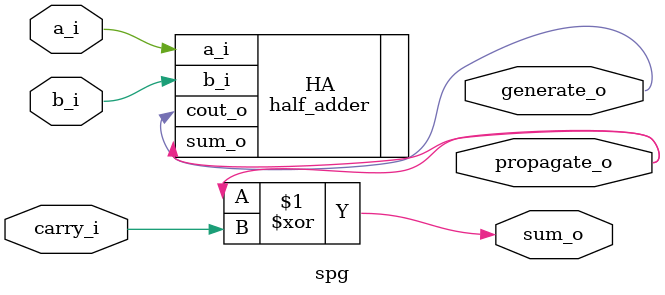
<source format=sv>
module spg (
    input  logic a_i         ,       
    input  logic b_i         ,       
    input  logic carry_i     ,       
    output logic propagate_o ,     
    output logic generate_o  ,     
    output logic sum_o         
);
  half_adder HA (.a_i(a_i), .b_i(b_i), .sum_o(propagate_o), .cout_o(generate_o));
  
  // Sum is XOR of inputs
  assign sum_o = propagate_o ^ carry_i;

endmodule

</source>
